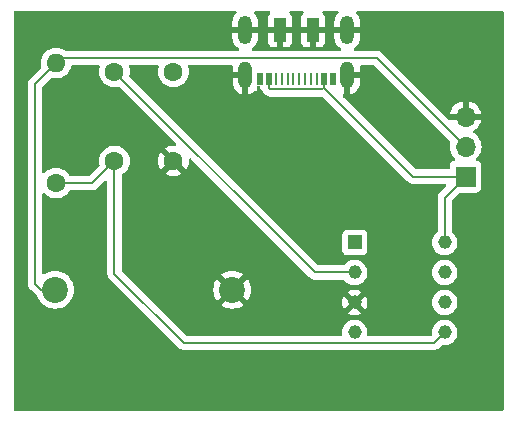
<source format=gbr>
%TF.GenerationSoftware,KiCad,Pcbnew,8.0.8*%
%TF.CreationDate,2025-02-27T22:53:53-05:00*%
%TF.ProjectId,Power_Supply_Board,506f7765-725f-4537-9570-706c795f426f,rev?*%
%TF.SameCoordinates,Original*%
%TF.FileFunction,Copper,L1,Top*%
%TF.FilePolarity,Positive*%
%FSLAX46Y46*%
G04 Gerber Fmt 4.6, Leading zero omitted, Abs format (unit mm)*
G04 Created by KiCad (PCBNEW 8.0.8) date 2025-02-27 22:53:53*
%MOMM*%
%LPD*%
G01*
G04 APERTURE LIST*
%TA.AperFunction,ComponentPad*%
%ADD10C,1.600000*%
%TD*%
%TA.AperFunction,ComponentPad*%
%ADD11O,1.600000X1.600000*%
%TD*%
%TA.AperFunction,ComponentPad*%
%ADD12R,1.160000X1.160000*%
%TD*%
%TA.AperFunction,ComponentPad*%
%ADD13C,1.160000*%
%TD*%
%TA.AperFunction,ComponentPad*%
%ADD14C,2.200000*%
%TD*%
%TA.AperFunction,ComponentPad*%
%ADD15R,1.700000X1.700000*%
%TD*%
%TA.AperFunction,ComponentPad*%
%ADD16O,1.700000X1.700000*%
%TD*%
%TA.AperFunction,SMDPad,CuDef*%
%ADD17R,0.520000X1.000000*%
%TD*%
%TA.AperFunction,SMDPad,CuDef*%
%ADD18R,0.270000X1.000000*%
%TD*%
%TA.AperFunction,SMDPad,CuDef*%
%ADD19R,1.000000X2.000000*%
%TD*%
%TA.AperFunction,ComponentPad*%
%ADD20O,1.158000X2.316000*%
%TD*%
%TA.AperFunction,ComponentPad*%
%ADD21O,1.200000X2.400000*%
%TD*%
%TA.AperFunction,Conductor*%
%ADD22C,0.200000*%
%TD*%
G04 APERTURE END LIST*
D10*
%TO.P,C2,1*%
%TO.N,Net-(IC1-VOUT)*%
X167045000Y-93097200D03*
%TO.P,C2,2*%
%TO.N,Earth*%
X172045000Y-93097200D03*
%TD*%
%TO.P,R1,1*%
%TO.N,Net-(IC1-VOUT)*%
X162102800Y-94970600D03*
D11*
%TO.P,R1,2*%
%TO.N,Net-(J2-Pin_2)*%
X162102800Y-84810600D03*
%TD*%
D12*
%TO.P,IC1,1,BOOST*%
%TO.N,unconnected-(IC1-BOOST-Pad1)*%
X187380000Y-100000000D03*
D13*
%TO.P,IC1,2,CAP+*%
%TO.N,Net-(IC1-CAP+)*%
X187380000Y-102540000D03*
%TO.P,IC1,3,GND*%
%TO.N,Earth*%
X187380000Y-105080000D03*
%TO.P,IC1,4,CAP-*%
%TO.N,Net-(IC1-CAP-)*%
X187380000Y-107620000D03*
%TO.P,IC1,5,VOUT*%
%TO.N,Net-(IC1-VOUT)*%
X195000000Y-107620000D03*
%TO.P,IC1,6,LOW_VOLTAGE_(LV)*%
%TO.N,unconnected-(IC1-LOW_VOLTAGE_(LV)-Pad6)*%
X195000000Y-105080000D03*
%TO.P,IC1,7,OSC*%
%TO.N,unconnected-(IC1-OSC-Pad7)*%
X195000000Y-102540000D03*
%TO.P,IC1,8,V+*%
%TO.N,Net-(IC1-V+)*%
X195000000Y-100000000D03*
%TD*%
D14*
%TO.P,C3,1*%
%TO.N,Net-(J2-Pin_2)*%
X162025000Y-104000000D03*
%TO.P,C3,2*%
%TO.N,Earth*%
X177025000Y-104000000D03*
%TD*%
D15*
%TO.P,J2,1,Pin_1*%
%TO.N,Net-(IC1-V+)*%
X196773800Y-94422200D03*
D16*
%TO.P,J2,2,Pin_2*%
%TO.N,Net-(J2-Pin_2)*%
X196773800Y-91882200D03*
%TO.P,J2,3,Pin_3*%
%TO.N,Earth*%
X196773800Y-89342200D03*
%TD*%
D10*
%TO.P,C1,1*%
%TO.N,Net-(IC1-CAP+)*%
X167045000Y-85547200D03*
%TO.P,C1,2*%
%TO.N,Net-(IC1-CAP-)*%
X172045000Y-85547200D03*
%TD*%
D17*
%TO.P,J1,1,GND*%
%TO.N,Earth*%
X185551200Y-86191200D03*
%TO.P,J1,2,VBUS*%
%TO.N,Net-(IC1-V+)*%
X184801200Y-86191200D03*
D18*
%TO.P,J1,3,CC1*%
%TO.N,unconnected-(J1-CC1-Pad3)*%
X184201200Y-86191200D03*
%TO.P,J1,4,SBU2*%
%TO.N,unconnected-(J1-SBU2-Pad4)*%
X183701200Y-86191200D03*
%TO.P,J1,5,D-*%
%TO.N,Net-(J1-D--Pad5)*%
X183201200Y-86191200D03*
%TO.P,J1,6,D+*%
%TO.N,Net-(J1-D+-Pad6)*%
X182701200Y-86191200D03*
%TO.P,J1,7,D+*%
X182201200Y-86191200D03*
%TO.P,J1,8,D-*%
%TO.N,Net-(J1-D--Pad5)*%
X181701200Y-86191200D03*
%TO.P,J1,9,CC2*%
%TO.N,unconnected-(J1-CC2-Pad9)*%
X181201200Y-86191200D03*
%TO.P,J1,10,SBU1*%
%TO.N,unconnected-(J1-SBU1-Pad10)*%
X180701200Y-86191200D03*
D17*
%TO.P,J1,11,VBUS*%
%TO.N,Net-(IC1-V+)*%
X180101200Y-86191200D03*
%TO.P,J1,12,GND*%
%TO.N,Earth*%
X179351200Y-86191200D03*
D19*
%TO.P,J1,S1,SHIELD*%
X183851200Y-81991200D03*
%TO.P,J1,S2,SHIELD*%
X181051200Y-81991200D03*
D20*
%TO.P,J1,S3,SHIELD*%
X186771200Y-85816200D03*
%TO.P,J1,S4,SHIELD*%
X178131200Y-85816200D03*
D21*
%TO.P,J1,S5,SHIELD*%
X186771200Y-81991200D03*
%TO.P,J1,S6,SHIELD*%
X178131200Y-81991200D03*
%TD*%
D22*
%TO.N,Net-(IC1-CAP+)*%
X187380000Y-102540000D02*
X184037800Y-102540000D01*
X184037800Y-102540000D02*
X167045000Y-85547200D01*
%TO.N,Net-(IC1-VOUT)*%
X167045000Y-102630600D02*
X172914400Y-108500000D01*
X165171600Y-94970600D02*
X167045000Y-93097200D01*
X162102800Y-94970600D02*
X165171600Y-94970600D01*
X172914400Y-108500000D02*
X194120000Y-108500000D01*
X194120000Y-108500000D02*
X195000000Y-107620000D01*
X167045000Y-93097200D02*
X167045000Y-102630600D01*
%TO.N,Net-(IC1-V+)*%
X195000000Y-96196000D02*
X196773800Y-94422200D01*
X196773800Y-94422200D02*
X192332200Y-94422200D01*
X180255800Y-87045800D02*
X180101200Y-86891200D01*
X195000000Y-100000000D02*
X195000000Y-96196000D01*
X192332200Y-94422200D02*
X184801200Y-86891200D01*
X184801200Y-86891200D02*
X184646600Y-87045800D01*
X184646600Y-87045800D02*
X180255800Y-87045800D01*
X184801200Y-86891200D02*
X184801200Y-86191200D01*
X180101200Y-86891200D02*
X180101200Y-86191200D01*
%TO.N,Net-(J2-Pin_2)*%
X196773800Y-91882200D02*
X189249800Y-84358200D01*
X189249800Y-84358200D02*
X162555200Y-84358200D01*
X162555200Y-84358200D02*
X162102800Y-84810600D01*
X160324800Y-103505000D02*
X160819800Y-104000000D01*
X160324800Y-86588600D02*
X160324800Y-103505000D01*
X162102800Y-84810600D02*
X160324800Y-86588600D01*
X160819800Y-104000000D02*
X162025000Y-104000000D01*
%TD*%
%TA.AperFunction,Conductor*%
%TO.N,Earth*%
G36*
X177343142Y-80410985D02*
G01*
X177388897Y-80463789D01*
X177398841Y-80532947D01*
X177369816Y-80596503D01*
X177363784Y-80602981D01*
X177292167Y-80674597D01*
X177190395Y-80814675D01*
X177111791Y-80968942D01*
X177058285Y-81133615D01*
X177031200Y-81304628D01*
X177031200Y-81741200D01*
X177806200Y-81741200D01*
X177806200Y-82241200D01*
X177031200Y-82241200D01*
X177031200Y-82677771D01*
X177058285Y-82848784D01*
X177111791Y-83013457D01*
X177190395Y-83167724D01*
X177292167Y-83307802D01*
X177414597Y-83430232D01*
X177556571Y-83533381D01*
X177599237Y-83588711D01*
X177605216Y-83658324D01*
X177572611Y-83720120D01*
X177511772Y-83754477D01*
X177483686Y-83757700D01*
X162905552Y-83757700D01*
X162838513Y-83738015D01*
X162834443Y-83735284D01*
X162755534Y-83680032D01*
X162755533Y-83680031D01*
X162755531Y-83680030D01*
X162755532Y-83680030D01*
X162618042Y-83615918D01*
X162549296Y-83583861D01*
X162549292Y-83583860D01*
X162549288Y-83583858D01*
X162329497Y-83524966D01*
X162329493Y-83524965D01*
X162329492Y-83524965D01*
X162329491Y-83524964D01*
X162329486Y-83524964D01*
X162102802Y-83505132D01*
X162102798Y-83505132D01*
X161876113Y-83524964D01*
X161876102Y-83524966D01*
X161656311Y-83583858D01*
X161656302Y-83583861D01*
X161450067Y-83680031D01*
X161450065Y-83680032D01*
X161263660Y-83810553D01*
X161102754Y-83971458D01*
X160972232Y-84157865D01*
X160972231Y-84157867D01*
X160876061Y-84364102D01*
X160876058Y-84364111D01*
X160817166Y-84583902D01*
X160817164Y-84583913D01*
X160797332Y-84810598D01*
X160797332Y-84810601D01*
X160817164Y-85037286D01*
X160817166Y-85037297D01*
X160842952Y-85133531D01*
X160841289Y-85203381D01*
X160810858Y-85253305D01*
X159956086Y-86108078D01*
X159844281Y-86219882D01*
X159844277Y-86219887D01*
X159803395Y-86290699D01*
X159803395Y-86290700D01*
X159765223Y-86356814D01*
X159765223Y-86356815D01*
X159724299Y-86509543D01*
X159724299Y-86509545D01*
X159724299Y-86677646D01*
X159724300Y-86677659D01*
X159724300Y-103418330D01*
X159724299Y-103418348D01*
X159724299Y-103584054D01*
X159724298Y-103584054D01*
X159765223Y-103736785D01*
X159772190Y-103748852D01*
X159844277Y-103873712D01*
X159844279Y-103873715D01*
X159844280Y-103873716D01*
X159956084Y-103985520D01*
X159956085Y-103985521D01*
X160451084Y-104480520D01*
X160451085Y-104480521D01*
X160451087Y-104480522D01*
X160467970Y-104490269D01*
X160516186Y-104540835D01*
X160520533Y-104550205D01*
X160594531Y-104728855D01*
X160594533Y-104728858D01*
X160726160Y-104943653D01*
X160726161Y-104943656D01*
X160726164Y-104943659D01*
X160889776Y-105135224D01*
X161038066Y-105261875D01*
X161081343Y-105298838D01*
X161081346Y-105298839D01*
X161296140Y-105430466D01*
X161527737Y-105526396D01*
X161528889Y-105526873D01*
X161773852Y-105585683D01*
X162025000Y-105605449D01*
X162276148Y-105585683D01*
X162521111Y-105526873D01*
X162753859Y-105430466D01*
X162968659Y-105298836D01*
X163160224Y-105135224D01*
X163323836Y-104943659D01*
X163455466Y-104728859D01*
X163551873Y-104496111D01*
X163610683Y-104251148D01*
X163630449Y-104000000D01*
X163610683Y-103748852D01*
X163551873Y-103503889D01*
X163516441Y-103418348D01*
X163455466Y-103271140D01*
X163324017Y-103056637D01*
X163323838Y-103056345D01*
X163323838Y-103056343D01*
X163217642Y-102932004D01*
X163160224Y-102864776D01*
X163033571Y-102756604D01*
X162968656Y-102701161D01*
X162968653Y-102701160D01*
X162753859Y-102569533D01*
X162521110Y-102473126D01*
X162276151Y-102414317D01*
X162025000Y-102394551D01*
X161773848Y-102414317D01*
X161528889Y-102473126D01*
X161296145Y-102569531D01*
X161114090Y-102681095D01*
X161046644Y-102699339D01*
X160980041Y-102678222D01*
X160935428Y-102624451D01*
X160925300Y-102575367D01*
X160925300Y-95931649D01*
X160944985Y-95864610D01*
X160997789Y-95818855D01*
X161066947Y-95808911D01*
X161130503Y-95837936D01*
X161136981Y-95843968D01*
X161263658Y-95970645D01*
X161263661Y-95970647D01*
X161450066Y-96101168D01*
X161656304Y-96197339D01*
X161876108Y-96256235D01*
X162038030Y-96270401D01*
X162102798Y-96276068D01*
X162102800Y-96276068D01*
X162102802Y-96276068D01*
X162159473Y-96271109D01*
X162329492Y-96256235D01*
X162549296Y-96197339D01*
X162755534Y-96101168D01*
X162941939Y-95970647D01*
X163102847Y-95809739D01*
X163232918Y-95623975D01*
X163287493Y-95580352D01*
X163334492Y-95571100D01*
X165084931Y-95571100D01*
X165084947Y-95571101D01*
X165092543Y-95571101D01*
X165250654Y-95571101D01*
X165250657Y-95571101D01*
X165403385Y-95530177D01*
X165453504Y-95501239D01*
X165540316Y-95451120D01*
X165652120Y-95339316D01*
X165652120Y-95339314D01*
X165662328Y-95329107D01*
X165662329Y-95329104D01*
X166232820Y-94758614D01*
X166294142Y-94725130D01*
X166363834Y-94730114D01*
X166419767Y-94771986D01*
X166444184Y-94837450D01*
X166444500Y-94846296D01*
X166444500Y-102543930D01*
X166444499Y-102543948D01*
X166444499Y-102709654D01*
X166444498Y-102709654D01*
X166477933Y-102834435D01*
X166485423Y-102862385D01*
X166509738Y-102904499D01*
X166525612Y-102931994D01*
X166564479Y-102999314D01*
X166564481Y-102999317D01*
X166683349Y-103118185D01*
X166683355Y-103118190D01*
X172429539Y-108864374D01*
X172429549Y-108864385D01*
X172433879Y-108868715D01*
X172433880Y-108868716D01*
X172545684Y-108980520D01*
X172632495Y-109030639D01*
X172632497Y-109030641D01*
X172670551Y-109052611D01*
X172682615Y-109059577D01*
X172835343Y-109100500D01*
X194033331Y-109100500D01*
X194033347Y-109100501D01*
X194040943Y-109100501D01*
X194199054Y-109100501D01*
X194199057Y-109100501D01*
X194351785Y-109059577D01*
X194401904Y-109030639D01*
X194488716Y-108980520D01*
X194600520Y-108868716D01*
X194600520Y-108868714D01*
X194610728Y-108858507D01*
X194610730Y-108858504D01*
X194743172Y-108726061D01*
X194804493Y-108692578D01*
X194853635Y-108691856D01*
X194899877Y-108700500D01*
X194899878Y-108700500D01*
X195100121Y-108700500D01*
X195100123Y-108700500D01*
X195296960Y-108663705D01*
X195483684Y-108591368D01*
X195653936Y-108485952D01*
X195801920Y-108351047D01*
X195922595Y-108191247D01*
X196011853Y-108011994D01*
X196066653Y-107819392D01*
X196085129Y-107620000D01*
X196066653Y-107420608D01*
X196011853Y-107228006D01*
X196011848Y-107227995D01*
X195922598Y-107048758D01*
X195922593Y-107048750D01*
X195801918Y-106888950D01*
X195653937Y-106754049D01*
X195653936Y-106754048D01*
X195589101Y-106713903D01*
X195483685Y-106648632D01*
X195483683Y-106648631D01*
X195347152Y-106595739D01*
X195296960Y-106576295D01*
X195100123Y-106539500D01*
X194899877Y-106539500D01*
X194703040Y-106576295D01*
X194703037Y-106576295D01*
X194703037Y-106576296D01*
X194516316Y-106648631D01*
X194516314Y-106648632D01*
X194346062Y-106754049D01*
X194198081Y-106888950D01*
X194077406Y-107048750D01*
X194077401Y-107048758D01*
X193988151Y-107227995D01*
X193988145Y-107228010D01*
X193933347Y-107420606D01*
X193933346Y-107420608D01*
X193914871Y-107619999D01*
X193914871Y-107620000D01*
X193928220Y-107764059D01*
X193914805Y-107832628D01*
X193866448Y-107883060D01*
X193804749Y-107899500D01*
X188575251Y-107899500D01*
X188508212Y-107879815D01*
X188462457Y-107827011D01*
X188451780Y-107764059D01*
X188465129Y-107620000D01*
X188465129Y-107619999D01*
X188446653Y-107420608D01*
X188446652Y-107420606D01*
X188391854Y-107228010D01*
X188391853Y-107228006D01*
X188391848Y-107227995D01*
X188302598Y-107048758D01*
X188302593Y-107048750D01*
X188181918Y-106888950D01*
X188033937Y-106754049D01*
X188033936Y-106754048D01*
X187969101Y-106713903D01*
X187863685Y-106648632D01*
X187863683Y-106648631D01*
X187727152Y-106595739D01*
X187676960Y-106576295D01*
X187480123Y-106539500D01*
X187279877Y-106539500D01*
X187083040Y-106576295D01*
X187083037Y-106576295D01*
X187083037Y-106576296D01*
X186896316Y-106648631D01*
X186896314Y-106648632D01*
X186726062Y-106754049D01*
X186578081Y-106888950D01*
X186457406Y-107048750D01*
X186457401Y-107048758D01*
X186368151Y-107227995D01*
X186368145Y-107228010D01*
X186313347Y-107420606D01*
X186313346Y-107420608D01*
X186294871Y-107619999D01*
X186294871Y-107620000D01*
X186308220Y-107764059D01*
X186294805Y-107832628D01*
X186246448Y-107883060D01*
X186184749Y-107899500D01*
X173214497Y-107899500D01*
X173147458Y-107879815D01*
X173126816Y-107863181D01*
X169263635Y-104000000D01*
X175420052Y-104000000D01*
X175439812Y-104251072D01*
X175498603Y-104495956D01*
X175594980Y-104728631D01*
X175726568Y-104943362D01*
X175727266Y-104944179D01*
X176501212Y-104170233D01*
X176512482Y-104212292D01*
X176584890Y-104337708D01*
X176687292Y-104440110D01*
X176812708Y-104512518D01*
X176854765Y-104523787D01*
X176080819Y-105297732D01*
X176080819Y-105297733D01*
X176081634Y-105298429D01*
X176296368Y-105430019D01*
X176529043Y-105526396D01*
X176773927Y-105585187D01*
X177025000Y-105604947D01*
X177276072Y-105585187D01*
X177520956Y-105526396D01*
X177753631Y-105430019D01*
X177968361Y-105298432D01*
X177968363Y-105298430D01*
X177969180Y-105297732D01*
X177751447Y-105079999D01*
X186295373Y-105079999D01*
X186295373Y-105080000D01*
X186313840Y-105279295D01*
X186368616Y-105471815D01*
X186457044Y-105649402D01*
X187000000Y-105106446D01*
X187000000Y-105130028D01*
X187025896Y-105226675D01*
X187075924Y-105313325D01*
X187146675Y-105384076D01*
X187233325Y-105434104D01*
X187329972Y-105460000D01*
X187353553Y-105460000D01*
X186813839Y-105999711D01*
X186896539Y-106050917D01*
X186896540Y-106050918D01*
X187083175Y-106123220D01*
X187279925Y-106160000D01*
X187480075Y-106160000D01*
X187676824Y-106123220D01*
X187863459Y-106050918D01*
X187863463Y-106050916D01*
X187946158Y-105999712D01*
X187946158Y-105999711D01*
X187406448Y-105460000D01*
X187430028Y-105460000D01*
X187526675Y-105434104D01*
X187613325Y-105384076D01*
X187684076Y-105313325D01*
X187734104Y-105226675D01*
X187760000Y-105130028D01*
X187760000Y-105106447D01*
X188302954Y-105649401D01*
X188302955Y-105649401D01*
X188391383Y-105471815D01*
X188446159Y-105279295D01*
X188464627Y-105080000D01*
X188464627Y-105079999D01*
X193914871Y-105079999D01*
X193914871Y-105080000D01*
X193933346Y-105279391D01*
X193933347Y-105279393D01*
X193988145Y-105471989D01*
X193988151Y-105472004D01*
X194077401Y-105651241D01*
X194077406Y-105651249D01*
X194198081Y-105811049D01*
X194325386Y-105927102D01*
X194346064Y-105945952D01*
X194432889Y-105999712D01*
X194515587Y-106050917D01*
X194516316Y-106051368D01*
X194703040Y-106123705D01*
X194899877Y-106160500D01*
X194899879Y-106160500D01*
X195100121Y-106160500D01*
X195100123Y-106160500D01*
X195296960Y-106123705D01*
X195483684Y-106051368D01*
X195653936Y-105945952D01*
X195801920Y-105811047D01*
X195922595Y-105651247D01*
X196011853Y-105471994D01*
X196066653Y-105279392D01*
X196085129Y-105080000D01*
X196066653Y-104880608D01*
X196011853Y-104688006D01*
X195943134Y-104550000D01*
X195922598Y-104508758D01*
X195922593Y-104508750D01*
X195801918Y-104348950D01*
X195653937Y-104214049D01*
X195653936Y-104214048D01*
X195589101Y-104173903D01*
X195483685Y-104108632D01*
X195483683Y-104108631D01*
X195298209Y-104036779D01*
X195296960Y-104036295D01*
X195100123Y-103999500D01*
X194899877Y-103999500D01*
X194703040Y-104036295D01*
X194703037Y-104036295D01*
X194703037Y-104036296D01*
X194516316Y-104108631D01*
X194516314Y-104108632D01*
X194346062Y-104214049D01*
X194198081Y-104348950D01*
X194077406Y-104508750D01*
X194077401Y-104508758D01*
X193988151Y-104687995D01*
X193988145Y-104688010D01*
X193933347Y-104880606D01*
X193933346Y-104880608D01*
X193914871Y-105079999D01*
X188464627Y-105079999D01*
X188446159Y-104880704D01*
X188391383Y-104688184D01*
X188302955Y-104510596D01*
X187760000Y-105053551D01*
X187760000Y-105029972D01*
X187734104Y-104933325D01*
X187684076Y-104846675D01*
X187613325Y-104775924D01*
X187526675Y-104725896D01*
X187430028Y-104700000D01*
X187406447Y-104700000D01*
X187946159Y-104160287D01*
X187863458Y-104109081D01*
X187863457Y-104109080D01*
X187676824Y-104036779D01*
X187480075Y-104000000D01*
X187279925Y-104000000D01*
X187083175Y-104036779D01*
X186896543Y-104109080D01*
X186813839Y-104160287D01*
X187353554Y-104700000D01*
X187329972Y-104700000D01*
X187233325Y-104725896D01*
X187146675Y-104775924D01*
X187075924Y-104846675D01*
X187025896Y-104933325D01*
X187000000Y-105029972D01*
X187000000Y-105053552D01*
X186457044Y-104510596D01*
X186457043Y-104510596D01*
X186368618Y-104688179D01*
X186368614Y-104688189D01*
X186313840Y-104880704D01*
X186295373Y-105079999D01*
X177751447Y-105079999D01*
X177195234Y-104523787D01*
X177237292Y-104512518D01*
X177362708Y-104440110D01*
X177465110Y-104337708D01*
X177537518Y-104212292D01*
X177548787Y-104170235D01*
X178322732Y-104944180D01*
X178323430Y-104943363D01*
X178323432Y-104943361D01*
X178455019Y-104728631D01*
X178551396Y-104495956D01*
X178610187Y-104251072D01*
X178629947Y-104000000D01*
X178610187Y-103748927D01*
X178551396Y-103504043D01*
X178455019Y-103271368D01*
X178323429Y-103056634D01*
X178322733Y-103055819D01*
X178322732Y-103055819D01*
X177548787Y-103829764D01*
X177537518Y-103787708D01*
X177465110Y-103662292D01*
X177362708Y-103559890D01*
X177237292Y-103487482D01*
X177195232Y-103476212D01*
X177969179Y-102702266D01*
X177968362Y-102701568D01*
X177753631Y-102569980D01*
X177520956Y-102473603D01*
X177276072Y-102414812D01*
X177025000Y-102395052D01*
X176773927Y-102414812D01*
X176529043Y-102473603D01*
X176296368Y-102569980D01*
X176081637Y-102701567D01*
X176080818Y-102702266D01*
X176854765Y-103476212D01*
X176812708Y-103487482D01*
X176687292Y-103559890D01*
X176584890Y-103662292D01*
X176512482Y-103787708D01*
X176501212Y-103829765D01*
X175727266Y-103055818D01*
X175726567Y-103056637D01*
X175594980Y-103271368D01*
X175498603Y-103504043D01*
X175439812Y-103748927D01*
X175420052Y-104000000D01*
X169263635Y-104000000D01*
X167681819Y-102418184D01*
X167648334Y-102356861D01*
X167645500Y-102330503D01*
X167645500Y-94328892D01*
X167665185Y-94261853D01*
X167698374Y-94227319D01*
X167884139Y-94097247D01*
X168045047Y-93936339D01*
X168175568Y-93749934D01*
X168271739Y-93543696D01*
X168330635Y-93323892D01*
X168350468Y-93097200D01*
X168345246Y-93037518D01*
X168336220Y-92934343D01*
X168330635Y-92870508D01*
X168271739Y-92650704D01*
X168175568Y-92444466D01*
X168045047Y-92258061D01*
X168045045Y-92258058D01*
X167884141Y-92097154D01*
X167697734Y-91966632D01*
X167697732Y-91966631D01*
X167491497Y-91870461D01*
X167491488Y-91870458D01*
X167271697Y-91811566D01*
X167271693Y-91811565D01*
X167271692Y-91811565D01*
X167271691Y-91811564D01*
X167271686Y-91811564D01*
X167045002Y-91791732D01*
X167044998Y-91791732D01*
X166818313Y-91811564D01*
X166818302Y-91811566D01*
X166598511Y-91870458D01*
X166598502Y-91870461D01*
X166392267Y-91966631D01*
X166392265Y-91966632D01*
X166205858Y-92097154D01*
X166044954Y-92258058D01*
X165914432Y-92444465D01*
X165914431Y-92444467D01*
X165818261Y-92650702D01*
X165818258Y-92650711D01*
X165759366Y-92870502D01*
X165759364Y-92870513D01*
X165739532Y-93097198D01*
X165739532Y-93097201D01*
X165759364Y-93323886D01*
X165759366Y-93323897D01*
X165785152Y-93420131D01*
X165783489Y-93489981D01*
X165753058Y-93539905D01*
X164959184Y-94333781D01*
X164897861Y-94367266D01*
X164871503Y-94370100D01*
X163334492Y-94370100D01*
X163267453Y-94350415D01*
X163232919Y-94317225D01*
X163102847Y-94131461D01*
X163102845Y-94131458D01*
X162941941Y-93970554D01*
X162755534Y-93840032D01*
X162755532Y-93840031D01*
X162549297Y-93743861D01*
X162549288Y-93743858D01*
X162329497Y-93684966D01*
X162329493Y-93684965D01*
X162329492Y-93684965D01*
X162329491Y-93684964D01*
X162329486Y-93684964D01*
X162102802Y-93665132D01*
X162102798Y-93665132D01*
X161876113Y-93684964D01*
X161876102Y-93684966D01*
X161656311Y-93743858D01*
X161656302Y-93743861D01*
X161450067Y-93840031D01*
X161450065Y-93840032D01*
X161263658Y-93970554D01*
X161136981Y-94097232D01*
X161075658Y-94130717D01*
X161005966Y-94125733D01*
X160950033Y-94083861D01*
X160925616Y-94018397D01*
X160925300Y-94009551D01*
X160925300Y-86888696D01*
X160944985Y-86821657D01*
X160961615Y-86801019D01*
X161660094Y-86102539D01*
X161721415Y-86069056D01*
X161779866Y-86070447D01*
X161799404Y-86075682D01*
X161876108Y-86096235D01*
X162038030Y-86110401D01*
X162102798Y-86116068D01*
X162102800Y-86116068D01*
X162102802Y-86116068D01*
X162159473Y-86111109D01*
X162329492Y-86096235D01*
X162549296Y-86037339D01*
X162755534Y-85941168D01*
X162941939Y-85810647D01*
X163102847Y-85649739D01*
X163233368Y-85463334D01*
X163329539Y-85257096D01*
X163384867Y-85050606D01*
X163421232Y-84990946D01*
X163484079Y-84960417D01*
X163504642Y-84958700D01*
X165694711Y-84958700D01*
X165761750Y-84978385D01*
X165807505Y-85031189D01*
X165817449Y-85100347D01*
X165814486Y-85114793D01*
X165759366Y-85320502D01*
X165759364Y-85320513D01*
X165739532Y-85547198D01*
X165739532Y-85547201D01*
X165759364Y-85773886D01*
X165759366Y-85773897D01*
X165818258Y-85993688D01*
X165818261Y-85993697D01*
X165914431Y-86199932D01*
X165914432Y-86199934D01*
X166044954Y-86386341D01*
X166205858Y-86547245D01*
X166205861Y-86547247D01*
X166392266Y-86677768D01*
X166598504Y-86773939D01*
X166818308Y-86832835D01*
X166980230Y-86847001D01*
X167044998Y-86852668D01*
X167045000Y-86852668D01*
X167045002Y-86852668D01*
X167101673Y-86847709D01*
X167271692Y-86832835D01*
X167367932Y-86807047D01*
X167437781Y-86808710D01*
X167487706Y-86839141D01*
X172237844Y-91589279D01*
X172271329Y-91650602D01*
X172266345Y-91720294D01*
X172224473Y-91776227D01*
X172159009Y-91800644D01*
X172139357Y-91800488D01*
X172045004Y-91792234D01*
X172044998Y-91792234D01*
X171818400Y-91812058D01*
X171818389Y-91812060D01*
X171598682Y-91870930D01*
X171598673Y-91870934D01*
X171392516Y-91967066D01*
X171392512Y-91967068D01*
X171319526Y-92018173D01*
X171319526Y-92018174D01*
X171998554Y-92697200D01*
X171992339Y-92697200D01*
X171890606Y-92724459D01*
X171799394Y-92777120D01*
X171724920Y-92851594D01*
X171672259Y-92942806D01*
X171645000Y-93044539D01*
X171645000Y-93050752D01*
X170965974Y-92371726D01*
X170965973Y-92371726D01*
X170914868Y-92444712D01*
X170914866Y-92444716D01*
X170818734Y-92650873D01*
X170818730Y-92650882D01*
X170759860Y-92870589D01*
X170759858Y-92870600D01*
X170740034Y-93097197D01*
X170740034Y-93097202D01*
X170759858Y-93323799D01*
X170759860Y-93323810D01*
X170818730Y-93543517D01*
X170818735Y-93543531D01*
X170914863Y-93749678D01*
X170965974Y-93822672D01*
X171645000Y-93143646D01*
X171645000Y-93149861D01*
X171672259Y-93251594D01*
X171724920Y-93342806D01*
X171799394Y-93417280D01*
X171890606Y-93469941D01*
X171992339Y-93497200D01*
X171998553Y-93497200D01*
X171319526Y-94176225D01*
X171392513Y-94227332D01*
X171392521Y-94227336D01*
X171598668Y-94323464D01*
X171598682Y-94323469D01*
X171818389Y-94382339D01*
X171818400Y-94382341D01*
X172044998Y-94402166D01*
X172045002Y-94402166D01*
X172271599Y-94382341D01*
X172271610Y-94382339D01*
X172491317Y-94323469D01*
X172491331Y-94323464D01*
X172697478Y-94227336D01*
X172770471Y-94176224D01*
X172091447Y-93497200D01*
X172097661Y-93497200D01*
X172199394Y-93469941D01*
X172290606Y-93417280D01*
X172365080Y-93342806D01*
X172417741Y-93251594D01*
X172445000Y-93149861D01*
X172445000Y-93143646D01*
X173124024Y-93822671D01*
X173175136Y-93749678D01*
X173271264Y-93543531D01*
X173271269Y-93543517D01*
X173330139Y-93323810D01*
X173330141Y-93323799D01*
X173349966Y-93097202D01*
X173349966Y-93097198D01*
X173341711Y-93002843D01*
X173355478Y-92934343D01*
X173404093Y-92884160D01*
X173472122Y-92868227D01*
X173537965Y-92891602D01*
X173552920Y-92904355D01*
X183552939Y-102904374D01*
X183552949Y-102904385D01*
X183557279Y-102908715D01*
X183557280Y-102908716D01*
X183669084Y-103020520D01*
X183753157Y-103069059D01*
X183806015Y-103099577D01*
X183958742Y-103140500D01*
X183958743Y-103140500D01*
X186417752Y-103140500D01*
X186484791Y-103160185D01*
X186516705Y-103189773D01*
X186578080Y-103271047D01*
X186726064Y-103405952D01*
X186797204Y-103450000D01*
X186884485Y-103504043D01*
X186896316Y-103511368D01*
X187083040Y-103583705D01*
X187279877Y-103620500D01*
X187279879Y-103620500D01*
X187480121Y-103620500D01*
X187480123Y-103620500D01*
X187676960Y-103583705D01*
X187863684Y-103511368D01*
X188033936Y-103405952D01*
X188181920Y-103271047D01*
X188302595Y-103111247D01*
X188391853Y-102931994D01*
X188446653Y-102739392D01*
X188465129Y-102540000D01*
X188465129Y-102539999D01*
X193914871Y-102539999D01*
X193914871Y-102540000D01*
X193933346Y-102739391D01*
X193933347Y-102739393D01*
X193988145Y-102931989D01*
X193988151Y-102932004D01*
X194077401Y-103111241D01*
X194077406Y-103111249D01*
X194198081Y-103271049D01*
X194325386Y-103387102D01*
X194346064Y-103405952D01*
X194417204Y-103450000D01*
X194504485Y-103504043D01*
X194516316Y-103511368D01*
X194703040Y-103583705D01*
X194899877Y-103620500D01*
X194899879Y-103620500D01*
X195100121Y-103620500D01*
X195100123Y-103620500D01*
X195296960Y-103583705D01*
X195483684Y-103511368D01*
X195653936Y-103405952D01*
X195801920Y-103271047D01*
X195922595Y-103111247D01*
X196011853Y-102931994D01*
X196066653Y-102739392D01*
X196085129Y-102540000D01*
X196066653Y-102340608D01*
X196011853Y-102148006D01*
X196011848Y-102147995D01*
X195922598Y-101968758D01*
X195922593Y-101968750D01*
X195801918Y-101808950D01*
X195653937Y-101674049D01*
X195653936Y-101674048D01*
X195589101Y-101633903D01*
X195483685Y-101568632D01*
X195483683Y-101568631D01*
X195347152Y-101515739D01*
X195296960Y-101496295D01*
X195100123Y-101459500D01*
X194899877Y-101459500D01*
X194703040Y-101496295D01*
X194703037Y-101496295D01*
X194703037Y-101496296D01*
X194516316Y-101568631D01*
X194516314Y-101568632D01*
X194346062Y-101674049D01*
X194198081Y-101808950D01*
X194077406Y-101968750D01*
X194077401Y-101968758D01*
X193988151Y-102147995D01*
X193988145Y-102148010D01*
X193933347Y-102340606D01*
X193933346Y-102340608D01*
X193914871Y-102539999D01*
X188465129Y-102539999D01*
X188446653Y-102340608D01*
X188391853Y-102148006D01*
X188391848Y-102147995D01*
X188302598Y-101968758D01*
X188302593Y-101968750D01*
X188181918Y-101808950D01*
X188033937Y-101674049D01*
X188033936Y-101674048D01*
X187969101Y-101633903D01*
X187863685Y-101568632D01*
X187863683Y-101568631D01*
X187727152Y-101515739D01*
X187676960Y-101496295D01*
X187480123Y-101459500D01*
X187279877Y-101459500D01*
X187083040Y-101496295D01*
X187083037Y-101496295D01*
X187083037Y-101496296D01*
X186896316Y-101568631D01*
X186896314Y-101568632D01*
X186726062Y-101674049D01*
X186578085Y-101808947D01*
X186578078Y-101808955D01*
X186516706Y-101890226D01*
X186460598Y-101931863D01*
X186417752Y-101939500D01*
X184337897Y-101939500D01*
X184270858Y-101919815D01*
X184250216Y-101903181D01*
X181719170Y-99372135D01*
X186299500Y-99372135D01*
X186299500Y-100627870D01*
X186299501Y-100627876D01*
X186305908Y-100687483D01*
X186356202Y-100822328D01*
X186356206Y-100822335D01*
X186442452Y-100937544D01*
X186442455Y-100937547D01*
X186557664Y-101023793D01*
X186557671Y-101023797D01*
X186692517Y-101074091D01*
X186692516Y-101074091D01*
X186699444Y-101074835D01*
X186752127Y-101080500D01*
X188007872Y-101080499D01*
X188067483Y-101074091D01*
X188202331Y-101023796D01*
X188317546Y-100937546D01*
X188403796Y-100822331D01*
X188454091Y-100687483D01*
X188460500Y-100627873D01*
X188460499Y-99372128D01*
X188454091Y-99312517D01*
X188403796Y-99177669D01*
X188403795Y-99177668D01*
X188403793Y-99177664D01*
X188317547Y-99062455D01*
X188317544Y-99062452D01*
X188202335Y-98976206D01*
X188202328Y-98976202D01*
X188067482Y-98925908D01*
X188067483Y-98925908D01*
X188007883Y-98919501D01*
X188007881Y-98919500D01*
X188007873Y-98919500D01*
X188007864Y-98919500D01*
X186752129Y-98919500D01*
X186752123Y-98919501D01*
X186692516Y-98925908D01*
X186557671Y-98976202D01*
X186557664Y-98976206D01*
X186442455Y-99062452D01*
X186442452Y-99062455D01*
X186356206Y-99177664D01*
X186356202Y-99177671D01*
X186305908Y-99312517D01*
X186299501Y-99372116D01*
X186299501Y-99372123D01*
X186299500Y-99372135D01*
X181719170Y-99372135D01*
X168336941Y-85989906D01*
X168303456Y-85928583D01*
X168304847Y-85870131D01*
X168330635Y-85773892D01*
X168350468Y-85547200D01*
X168330635Y-85320508D01*
X168275514Y-85114792D01*
X168277177Y-85044944D01*
X168316340Y-84987081D01*
X168380568Y-84959577D01*
X168395289Y-84958700D01*
X170694711Y-84958700D01*
X170761750Y-84978385D01*
X170807505Y-85031189D01*
X170817449Y-85100347D01*
X170814486Y-85114793D01*
X170759366Y-85320502D01*
X170759364Y-85320513D01*
X170739532Y-85547198D01*
X170739532Y-85547201D01*
X170759364Y-85773886D01*
X170759366Y-85773897D01*
X170818258Y-85993688D01*
X170818261Y-85993697D01*
X170914431Y-86199932D01*
X170914432Y-86199934D01*
X171044954Y-86386341D01*
X171205858Y-86547245D01*
X171205861Y-86547247D01*
X171392266Y-86677768D01*
X171598504Y-86773939D01*
X171818308Y-86832835D01*
X171980230Y-86847001D01*
X172044998Y-86852668D01*
X172045000Y-86852668D01*
X172045002Y-86852668D01*
X172101673Y-86847709D01*
X172271692Y-86832835D01*
X172491496Y-86773939D01*
X172697734Y-86677768D01*
X172884139Y-86547247D01*
X173045047Y-86386339D01*
X173175568Y-86199934D01*
X173271739Y-85993696D01*
X173330635Y-85773892D01*
X173350468Y-85547200D01*
X173330635Y-85320508D01*
X173275514Y-85114792D01*
X173277177Y-85044944D01*
X173316340Y-84987081D01*
X173380568Y-84959577D01*
X173395289Y-84958700D01*
X176937675Y-84958700D01*
X177004714Y-84978385D01*
X177050469Y-85031189D01*
X177060413Y-85100347D01*
X177060148Y-85102097D01*
X177052200Y-85152280D01*
X177052200Y-85566200D01*
X177806200Y-85566200D01*
X177806200Y-86066200D01*
X177052200Y-86066200D01*
X177052200Y-86480118D01*
X177078768Y-86647866D01*
X177131253Y-86809396D01*
X177208359Y-86960722D01*
X177308179Y-87098114D01*
X177308183Y-87098119D01*
X177428280Y-87218216D01*
X177428285Y-87218220D01*
X177565677Y-87318040D01*
X177717005Y-87395146D01*
X177878536Y-87447631D01*
X177881200Y-87448053D01*
X177881200Y-86525818D01*
X177931646Y-86576264D01*
X178005755Y-86619051D01*
X178088413Y-86641200D01*
X178173987Y-86641200D01*
X178256645Y-86619051D01*
X178330754Y-86576264D01*
X178381200Y-86525818D01*
X178381200Y-87448053D01*
X178383863Y-87447631D01*
X178545394Y-87395146D01*
X178696722Y-87318040D01*
X178834121Y-87218214D01*
X178834123Y-87218213D01*
X178842771Y-87209564D01*
X178904091Y-87176074D01*
X178973783Y-87181053D01*
X178973795Y-87181057D01*
X178983822Y-87184797D01*
X178983827Y-87184798D01*
X179043355Y-87191199D01*
X179043372Y-87191200D01*
X179101200Y-87191200D01*
X179101200Y-86821984D01*
X179120885Y-86754945D01*
X179173689Y-86709190D01*
X179242847Y-86699246D01*
X179306403Y-86728271D01*
X179344177Y-86787049D01*
X179345877Y-86793469D01*
X179347109Y-86798684D01*
X179397402Y-86933528D01*
X179397406Y-86933535D01*
X179483651Y-87048742D01*
X179483654Y-87048746D01*
X179496104Y-87058066D01*
X179496928Y-87058683D01*
X179538799Y-87114617D01*
X179540972Y-87121415D01*
X179541622Y-87122983D01*
X179542706Y-87124860D01*
X179542709Y-87124866D01*
X179620677Y-87259912D01*
X179620681Y-87259917D01*
X179739549Y-87378785D01*
X179739555Y-87378790D01*
X179770939Y-87410174D01*
X179770949Y-87410185D01*
X179775279Y-87414515D01*
X179775280Y-87414516D01*
X179887084Y-87526320D01*
X179887086Y-87526321D01*
X179887090Y-87526324D01*
X180010386Y-87597508D01*
X180024016Y-87605377D01*
X180135819Y-87635334D01*
X180176742Y-87646300D01*
X180176743Y-87646300D01*
X184559931Y-87646300D01*
X184559947Y-87646301D01*
X184567543Y-87646301D01*
X184655704Y-87646301D01*
X184722743Y-87665986D01*
X184743385Y-87682620D01*
X191847339Y-94786574D01*
X191847349Y-94786585D01*
X191851679Y-94790915D01*
X191851680Y-94790916D01*
X191963484Y-94902720D01*
X191963486Y-94902721D01*
X191963490Y-94902724D01*
X192100409Y-94981773D01*
X192100416Y-94981777D01*
X192212219Y-95011734D01*
X192253142Y-95022700D01*
X192253143Y-95022700D01*
X195024703Y-95022700D01*
X195091742Y-95042385D01*
X195137497Y-95095189D01*
X195147441Y-95164347D01*
X195118416Y-95227903D01*
X195112388Y-95234376D01*
X194845525Y-95501239D01*
X194631286Y-95715478D01*
X194519481Y-95827282D01*
X194519479Y-95827285D01*
X194469361Y-95914094D01*
X194469359Y-95914096D01*
X194440425Y-95964209D01*
X194440424Y-95964210D01*
X194424544Y-96023472D01*
X194399499Y-96116943D01*
X194399499Y-96116945D01*
X194399499Y-96285046D01*
X194399500Y-96285059D01*
X194399500Y-99031950D01*
X194379815Y-99098989D01*
X194350229Y-99130902D01*
X194346065Y-99134046D01*
X194198081Y-99268950D01*
X194077406Y-99428750D01*
X194077401Y-99428758D01*
X193988151Y-99607995D01*
X193988145Y-99608010D01*
X193933347Y-99800606D01*
X193933346Y-99800608D01*
X193914871Y-99999999D01*
X193914871Y-100000000D01*
X193933346Y-100199391D01*
X193933347Y-100199393D01*
X193988145Y-100391989D01*
X193988151Y-100392004D01*
X194077401Y-100571241D01*
X194077406Y-100571249D01*
X194198081Y-100731049D01*
X194298214Y-100822331D01*
X194346064Y-100865952D01*
X194516316Y-100971368D01*
X194703040Y-101043705D01*
X194899877Y-101080500D01*
X194899879Y-101080500D01*
X195100121Y-101080500D01*
X195100123Y-101080500D01*
X195296960Y-101043705D01*
X195483684Y-100971368D01*
X195653936Y-100865952D01*
X195801920Y-100731047D01*
X195922595Y-100571247D01*
X196011853Y-100391994D01*
X196066653Y-100199392D01*
X196085129Y-100000000D01*
X196066653Y-99800608D01*
X196011853Y-99608006D01*
X196011848Y-99607995D01*
X195922598Y-99428758D01*
X195922593Y-99428750D01*
X195801918Y-99268950D01*
X195653934Y-99134046D01*
X195649771Y-99130902D01*
X195608136Y-99074792D01*
X195600500Y-99031950D01*
X195600500Y-96496096D01*
X195620185Y-96429057D01*
X195636815Y-96408419D01*
X196236216Y-95809017D01*
X196297539Y-95775533D01*
X196323897Y-95772699D01*
X197671671Y-95772699D01*
X197671672Y-95772699D01*
X197731283Y-95766291D01*
X197866131Y-95715996D01*
X197981346Y-95629746D01*
X198067596Y-95514531D01*
X198117891Y-95379683D01*
X198124300Y-95320073D01*
X198124299Y-93524328D01*
X198117891Y-93464717D01*
X198067596Y-93329869D01*
X198067595Y-93329868D01*
X198067593Y-93329864D01*
X197981347Y-93214655D01*
X197981344Y-93214652D01*
X197866135Y-93128406D01*
X197866128Y-93128402D01*
X197734717Y-93079389D01*
X197678783Y-93037518D01*
X197654366Y-92972053D01*
X197669218Y-92903780D01*
X197690363Y-92875532D01*
X197812295Y-92753601D01*
X197947835Y-92560030D01*
X198047703Y-92345863D01*
X198108863Y-92117608D01*
X198129459Y-91882200D01*
X198108863Y-91646792D01*
X198047703Y-91418537D01*
X197947835Y-91204371D01*
X197812295Y-91010799D01*
X197812294Y-91010797D01*
X197645202Y-90843706D01*
X197645201Y-90843705D01*
X197459205Y-90713469D01*
X197415581Y-90658892D01*
X197408388Y-90589393D01*
X197439910Y-90527039D01*
X197459205Y-90510319D01*
X197644882Y-90380305D01*
X197811905Y-90213282D01*
X197947400Y-90019778D01*
X198047229Y-89805692D01*
X198047232Y-89805686D01*
X198104436Y-89592200D01*
X197206812Y-89592200D01*
X197239725Y-89535193D01*
X197273800Y-89408026D01*
X197273800Y-89276374D01*
X197239725Y-89149207D01*
X197206812Y-89092200D01*
X198104436Y-89092200D01*
X198104435Y-89092199D01*
X198047232Y-88878713D01*
X198047229Y-88878707D01*
X197947400Y-88664622D01*
X197947399Y-88664620D01*
X197811913Y-88471126D01*
X197811908Y-88471120D01*
X197644882Y-88304094D01*
X197451378Y-88168599D01*
X197237292Y-88068770D01*
X197237286Y-88068767D01*
X197023800Y-88011564D01*
X197023800Y-88909188D01*
X196966793Y-88876275D01*
X196839626Y-88842200D01*
X196707974Y-88842200D01*
X196580807Y-88876275D01*
X196523800Y-88909188D01*
X196523800Y-88011564D01*
X196523799Y-88011564D01*
X196310313Y-88068767D01*
X196310307Y-88068770D01*
X196096222Y-88168599D01*
X196096220Y-88168600D01*
X195902726Y-88304086D01*
X195902720Y-88304091D01*
X195735691Y-88471120D01*
X195735686Y-88471126D01*
X195600200Y-88664620D01*
X195600199Y-88664622D01*
X195500370Y-88878707D01*
X195500367Y-88878713D01*
X195443164Y-89092199D01*
X195443164Y-89092200D01*
X196340788Y-89092200D01*
X196307875Y-89149207D01*
X196273800Y-89276374D01*
X196273800Y-89408026D01*
X196307875Y-89535193D01*
X196340788Y-89592200D01*
X195384397Y-89592200D01*
X195317358Y-89572515D01*
X195296716Y-89555881D01*
X189737390Y-83996555D01*
X189737388Y-83996552D01*
X189618517Y-83877681D01*
X189618512Y-83877677D01*
X189502248Y-83810553D01*
X189502246Y-83810551D01*
X189488472Y-83802599D01*
X189481585Y-83798623D01*
X189328857Y-83757699D01*
X189170743Y-83757699D01*
X189163147Y-83757699D01*
X189163131Y-83757700D01*
X187418714Y-83757700D01*
X187351675Y-83738015D01*
X187305920Y-83685211D01*
X187295976Y-83616053D01*
X187325001Y-83552497D01*
X187345829Y-83533381D01*
X187487802Y-83430232D01*
X187610232Y-83307802D01*
X187712004Y-83167724D01*
X187790608Y-83013457D01*
X187844114Y-82848784D01*
X187871200Y-82677771D01*
X187871200Y-82241200D01*
X187096200Y-82241200D01*
X187096200Y-81741200D01*
X187871200Y-81741200D01*
X187871200Y-81304628D01*
X187844114Y-81133615D01*
X187790608Y-80968942D01*
X187712004Y-80814675D01*
X187610232Y-80674597D01*
X187538616Y-80602981D01*
X187505131Y-80541658D01*
X187510115Y-80471966D01*
X187551987Y-80416033D01*
X187617451Y-80391616D01*
X187626297Y-80391300D01*
X199875500Y-80391300D01*
X199942539Y-80410985D01*
X199988294Y-80463789D01*
X199999500Y-80515300D01*
X199999500Y-114125500D01*
X199979815Y-114192539D01*
X199927011Y-114238294D01*
X199875500Y-114249500D01*
X158624500Y-114249500D01*
X158557461Y-114229815D01*
X158511706Y-114177011D01*
X158500500Y-114125500D01*
X158500500Y-80515300D01*
X158520185Y-80448261D01*
X158572989Y-80402506D01*
X158624500Y-80391300D01*
X177276103Y-80391300D01*
X177343142Y-80410985D01*
G37*
%TD.AperFunction*%
%TA.AperFunction,Conductor*%
G36*
X189016742Y-84978385D02*
G01*
X189037384Y-84995019D01*
X195441033Y-91398668D01*
X195474518Y-91459991D01*
X195473127Y-91518441D01*
X195438739Y-91646783D01*
X195438736Y-91646796D01*
X195418141Y-91882199D01*
X195418141Y-91882200D01*
X195438736Y-92117603D01*
X195438738Y-92117613D01*
X195499894Y-92345855D01*
X195499896Y-92345859D01*
X195499897Y-92345863D01*
X195545877Y-92444467D01*
X195599765Y-92560030D01*
X195599767Y-92560034D01*
X195708081Y-92714721D01*
X195735301Y-92753596D01*
X195735306Y-92753602D01*
X195857230Y-92875526D01*
X195890715Y-92936849D01*
X195885731Y-93006541D01*
X195843859Y-93062474D01*
X195812883Y-93079389D01*
X195681469Y-93128403D01*
X195681464Y-93128406D01*
X195566255Y-93214652D01*
X195566252Y-93214655D01*
X195480006Y-93329864D01*
X195480002Y-93329871D01*
X195429708Y-93464717D01*
X195423301Y-93524316D01*
X195423301Y-93524323D01*
X195423300Y-93524335D01*
X195423300Y-93697700D01*
X195403615Y-93764739D01*
X195350811Y-93810494D01*
X195299300Y-93821700D01*
X192632297Y-93821700D01*
X192565258Y-93802015D01*
X192544616Y-93785381D01*
X186418066Y-87658831D01*
X186384581Y-87597508D01*
X186389565Y-87527816D01*
X186431437Y-87471883D01*
X186496901Y-87447466D01*
X186520694Y-87448484D01*
X186521200Y-87448053D01*
X186521200Y-86525818D01*
X186571646Y-86576264D01*
X186645755Y-86619051D01*
X186728413Y-86641200D01*
X186813987Y-86641200D01*
X186896645Y-86619051D01*
X186970754Y-86576264D01*
X187021200Y-86525818D01*
X187021200Y-87448053D01*
X187023863Y-87447631D01*
X187185394Y-87395146D01*
X187336722Y-87318040D01*
X187474114Y-87218220D01*
X187474119Y-87218216D01*
X187594216Y-87098119D01*
X187594220Y-87098114D01*
X187694040Y-86960722D01*
X187771146Y-86809396D01*
X187823631Y-86647866D01*
X187850200Y-86480118D01*
X187850200Y-86066200D01*
X187096200Y-86066200D01*
X187096200Y-85566200D01*
X187850200Y-85566200D01*
X187850200Y-85152280D01*
X187842252Y-85102097D01*
X187851207Y-85032804D01*
X187896203Y-84979352D01*
X187962955Y-84958713D01*
X187964725Y-84958700D01*
X188949703Y-84958700D01*
X189016742Y-84978385D01*
G37*
%TD.AperFunction*%
%TA.AperFunction,Conductor*%
G36*
X180212713Y-80410985D02*
G01*
X180258468Y-80463789D01*
X180268412Y-80532947D01*
X180239387Y-80596503D01*
X180219986Y-80614566D01*
X180194009Y-80634012D01*
X180107849Y-80749106D01*
X180107845Y-80749113D01*
X180057603Y-80883820D01*
X180057601Y-80883827D01*
X180051200Y-80943355D01*
X180051200Y-81741200D01*
X182051200Y-81741200D01*
X182051200Y-80943372D01*
X182051199Y-80943355D01*
X182044798Y-80883827D01*
X182044796Y-80883820D01*
X181994554Y-80749113D01*
X181994550Y-80749106D01*
X181908390Y-80634012D01*
X181882414Y-80614566D01*
X181840544Y-80558632D01*
X181835560Y-80488940D01*
X181869046Y-80427617D01*
X181930370Y-80394133D01*
X181956726Y-80391300D01*
X182945674Y-80391300D01*
X183012713Y-80410985D01*
X183058468Y-80463789D01*
X183068412Y-80532947D01*
X183039387Y-80596503D01*
X183019986Y-80614566D01*
X182994009Y-80634012D01*
X182907849Y-80749106D01*
X182907845Y-80749113D01*
X182857603Y-80883820D01*
X182857601Y-80883827D01*
X182851200Y-80943355D01*
X182851200Y-81741200D01*
X184851200Y-81741200D01*
X184851200Y-80943372D01*
X184851199Y-80943355D01*
X184844798Y-80883827D01*
X184844796Y-80883820D01*
X184794554Y-80749113D01*
X184794550Y-80749106D01*
X184708390Y-80634012D01*
X184682414Y-80614566D01*
X184640544Y-80558632D01*
X184635560Y-80488940D01*
X184669046Y-80427617D01*
X184730370Y-80394133D01*
X184756726Y-80391300D01*
X185916103Y-80391300D01*
X185983142Y-80410985D01*
X186028897Y-80463789D01*
X186038841Y-80532947D01*
X186009816Y-80596503D01*
X186003784Y-80602981D01*
X185932167Y-80674597D01*
X185830395Y-80814675D01*
X185751791Y-80968942D01*
X185698285Y-81133615D01*
X185671200Y-81304628D01*
X185671200Y-81741200D01*
X186446200Y-81741200D01*
X186446200Y-82241200D01*
X185671200Y-82241200D01*
X185671200Y-82677771D01*
X185698285Y-82848784D01*
X185751791Y-83013457D01*
X185830395Y-83167724D01*
X185932167Y-83307802D01*
X186054597Y-83430232D01*
X186196571Y-83533381D01*
X186239237Y-83588711D01*
X186245216Y-83658324D01*
X186212611Y-83720120D01*
X186151772Y-83754477D01*
X186123686Y-83757700D01*
X178778714Y-83757700D01*
X178711675Y-83738015D01*
X178665920Y-83685211D01*
X178655976Y-83616053D01*
X178685001Y-83552497D01*
X178705829Y-83533381D01*
X178847802Y-83430232D01*
X178970232Y-83307802D01*
X179072004Y-83167724D01*
X179137571Y-83039044D01*
X180051200Y-83039044D01*
X180057601Y-83098572D01*
X180057603Y-83098579D01*
X180107845Y-83233286D01*
X180107849Y-83233293D01*
X180194009Y-83348387D01*
X180194012Y-83348390D01*
X180309106Y-83434550D01*
X180309113Y-83434554D01*
X180443820Y-83484796D01*
X180443827Y-83484798D01*
X180503355Y-83491199D01*
X180503372Y-83491200D01*
X180801200Y-83491200D01*
X181301200Y-83491200D01*
X181599028Y-83491200D01*
X181599044Y-83491199D01*
X181658572Y-83484798D01*
X181658579Y-83484796D01*
X181793286Y-83434554D01*
X181793293Y-83434550D01*
X181908387Y-83348390D01*
X181908390Y-83348387D01*
X181994550Y-83233293D01*
X181994554Y-83233286D01*
X182044796Y-83098579D01*
X182044798Y-83098572D01*
X182051199Y-83039044D01*
X182851200Y-83039044D01*
X182857601Y-83098572D01*
X182857603Y-83098579D01*
X182907845Y-83233286D01*
X182907849Y-83233293D01*
X182994009Y-83348387D01*
X182994012Y-83348390D01*
X183109106Y-83434550D01*
X183109113Y-83434554D01*
X183243820Y-83484796D01*
X183243827Y-83484798D01*
X183303355Y-83491199D01*
X183303372Y-83491200D01*
X183601200Y-83491200D01*
X184101200Y-83491200D01*
X184399028Y-83491200D01*
X184399044Y-83491199D01*
X184458572Y-83484798D01*
X184458579Y-83484796D01*
X184593286Y-83434554D01*
X184593293Y-83434550D01*
X184708387Y-83348390D01*
X184708390Y-83348387D01*
X184794550Y-83233293D01*
X184794554Y-83233286D01*
X184844796Y-83098579D01*
X184844798Y-83098572D01*
X184851199Y-83039044D01*
X184851200Y-83039027D01*
X184851200Y-82241200D01*
X184101200Y-82241200D01*
X184101200Y-83491200D01*
X183601200Y-83491200D01*
X183601200Y-82241200D01*
X182851200Y-82241200D01*
X182851200Y-83039044D01*
X182051199Y-83039044D01*
X182051200Y-83039027D01*
X182051200Y-82241200D01*
X181301200Y-82241200D01*
X181301200Y-83491200D01*
X180801200Y-83491200D01*
X180801200Y-82241200D01*
X180051200Y-82241200D01*
X180051200Y-83039044D01*
X179137571Y-83039044D01*
X179150608Y-83013457D01*
X179204114Y-82848784D01*
X179231200Y-82677771D01*
X179231200Y-82241200D01*
X178456200Y-82241200D01*
X178456200Y-81741200D01*
X179231200Y-81741200D01*
X179231200Y-81304628D01*
X179204114Y-81133615D01*
X179150608Y-80968942D01*
X179072004Y-80814675D01*
X178970232Y-80674597D01*
X178898616Y-80602981D01*
X178865131Y-80541658D01*
X178870115Y-80471966D01*
X178911987Y-80416033D01*
X178977451Y-80391616D01*
X178986297Y-80391300D01*
X180145674Y-80391300D01*
X180212713Y-80410985D01*
G37*
%TD.AperFunction*%
%TD*%
M02*

</source>
